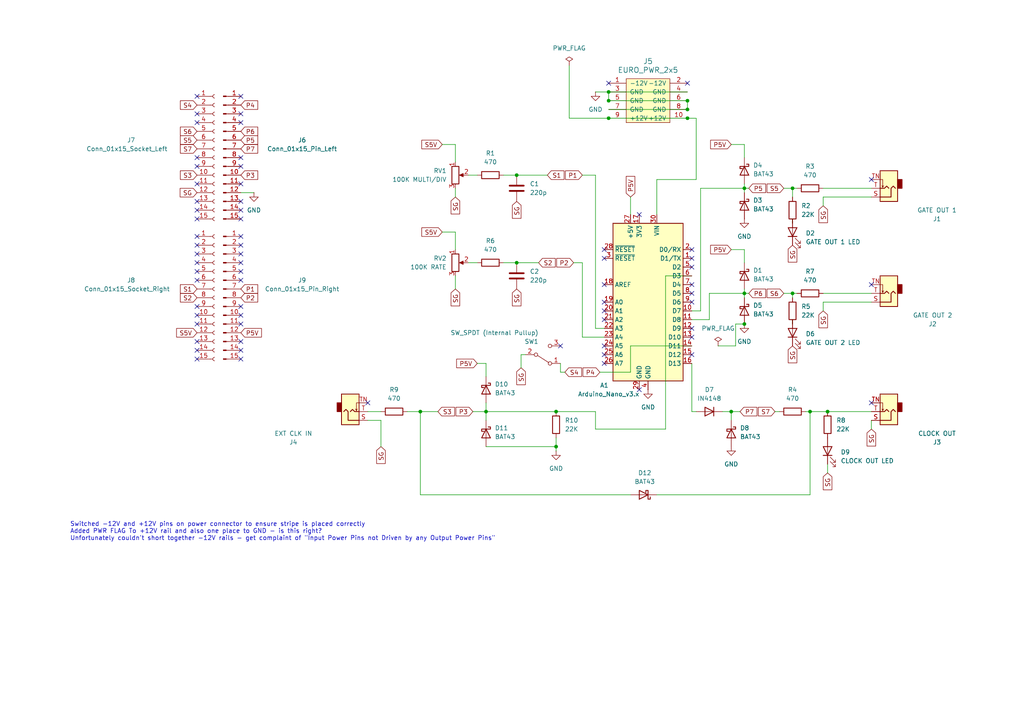
<source format=kicad_sch>
(kicad_sch (version 20231120) (generator "eeschema") (generator_version "8.0")
  (paper "A4")
  (title_block (title "Time Management"))
  (lib_symbols
    (symbol "Connector:Conn_01x15_Pin" (pin_names (offset 1.016) hide)
      (property "Reference" "J" (at 0 20.32 0))
      (property "Value" "Conn_01x15_Pin" (at 0 -20.32 0))
      (symbol "Conn_01x15_Pin_1_1"
        (polyline (pts (xy 1.27 -17.78) (xy 0.8636 -17.78)) (stroke (width 0.1524)))
        (polyline (pts (xy 1.27 -15.24) (xy 0.8636 -15.24)) (stroke (width 0.1524)))
        (polyline (pts (xy 1.27 -12.7) (xy 0.8636 -12.7)) (stroke (width 0.1524)))
        (polyline (pts (xy 1.27 -10.16) (xy 0.8636 -10.16)) (stroke (width 0.1524)))
        (polyline (pts (xy 1.27 -7.62) (xy 0.8636 -7.62)) (stroke (width 0.1524)))
        (polyline (pts (xy 1.27 -5.08) (xy 0.8636 -5.08)) (stroke (width 0.1524)))
        (polyline (pts (xy 1.27 -2.54) (xy 0.8636 -2.54)) (stroke (width 0.1524)))
        (polyline (pts (xy 1.27 0) (xy 0.8636 0)) (stroke (width 0.1524)))
        (polyline (pts (xy 1.27 2.54) (xy 0.8636 2.54)) (stroke (width 0.1524)))
        (polyline (pts (xy 1.27 5.08) (xy 0.8636 5.08)) (stroke (width 0.1524)))
        (polyline (pts (xy 1.27 7.62) (xy 0.8636 7.62)) (stroke (width 0.1524)))
        (polyline (pts (xy 1.27 10.16) (xy 0.8636 10.16)) (stroke (width 0.1524)))
        (polyline (pts (xy 1.27 12.7) (xy 0.8636 12.7)) (stroke (width 0.1524)))
        (polyline (pts (xy 1.27 15.24) (xy 0.8636 15.24)) (stroke (width 0.1524)))
        (polyline (pts (xy 1.27 17.78) (xy 0.8636 17.78)) (stroke (width 0.1524)))
        (rectangle (start 0.8636 -17.653) (end 0 -17.907) (stroke (width 0.1524)) (fill (type outline)))
        (rectangle (start 0.8636 -15.113) (end 0 -15.367) (stroke (width 0.1524)) (fill (type outline)))
        (rectangle (start 0.8636 -12.573) (end 0 -12.827) (stroke (width 0.1524)) (fill (type outline)))
        (rectangle (start 0.8636 -10.033) (end 0 -10.287) (stroke (width 0.1524)) (fill (type outline)))
        (rectangle (start 0.8636 -7.493) (end 0 -7.747) (stroke (width 0.1524)) (fill (type outline)))
        (rectangle (start 0.8636 -4.953) (end 0 -5.207) (stroke (width 0.1524)) (fill (type outline)))
        (rectangle (start 0.8636 -2.413) (end 0 -2.667) (stroke (width 0.1524)) (fill (type outline)))
        (rectangle (start 0.8636 0.127) (end 0 -0.127) (stroke (width 0.1524)) (fill (type outline)))
        (rectangle (start 0.8636 2.667) (end 0 2.413) (stroke (width 0.1524)) (fill (type outline)))
        (rectangle (start 0.8636 5.207) (end 0 4.953) (stroke (width 0.1524)) (fill (type outline)))
        (rectangle (start 0.8636 7.747) (end 0 7.493) (stroke (width 0.1524)) (fill (type outline)))
        (rectangle (start 0.8636 10.287) (end 0 10.033) (stroke (width 0.1524)) (fill (type outline)))
        (rectangle (start 0.8636 12.827) (end 0 12.573) (stroke (width 0.1524)) (fill (type outline)))
        (rectangle (start 0.8636 15.367) (end 0 15.113) (stroke (width 0.1524)) (fill (type outline)))
        (rectangle (start 0.8636 17.907) (end 0 17.653) (stroke (width 0.1524)) (fill (type outline)))
        (pin passive line (at 5.08 17.78 180) (length 3.81) (name "Pin_1") (number "1"))
        (pin passive line (at 5.08 -5.08 180) (length 3.81) (name "Pin_10") (number "10"))
        (pin passive line (at 5.08 -7.62 180) (length 3.81) (name "Pin_11") (number "11"))
        (pin passive line (at 5.08 -10.16 180) (length 3.81) (name "Pin_12") (number "12"))
        (pin passive line (at 5.08 -12.7 180) (length 3.81) (name "Pin_13") (number "13"))
        (pin passive line (at 5.08 -15.24 180) (length 3.81) (name "Pin_14") (number "14"))
        (pin passive line (at 5.08 -17.78 180) (length 3.81) (name "Pin_15") (number "15"))
        (pin passive line (at 5.08 15.24 180) (length 3.81) (name "Pin_2") (number "2"))
        (pin passive line (at 5.08 12.7 180) (length 3.81) (name "Pin_3") (number "3"))
        (pin passive line (at 5.08 10.16 180) (length 3.81) (name "Pin_4") (number "4"))
        (pin passive line (at 5.08 7.62 180) (length 3.81) (name "Pin_5") (number "5"))
        (pin passive line (at 5.08 5.08 180) (length 3.81) (name "Pin_6") (number "6"))
        (pin passive line (at 5.08 2.54 180) (length 3.81) (name "Pin_7") (number "7"))
        (pin passive line (at 5.08 0 180) (length 3.81) (name "Pin_8") (number "8"))
        (pin passive line (at 5.08 -2.54 180) (length 3.81) (name "Pin_9") (number "9"))
      )
    )
    (symbol "Connector:Conn_01x15_Socket" (pin_names (offset 1.016) hide)
      (property "Reference" "J" (at 0 20.32 0))
      (property "Value" "Conn_01x15_Socket" (at 0 -20.32 0))
      (symbol "Conn_01x15_Socket_1_1"
        (arc (start 0 -17.272) (mid -0.5058 -17.78) (end 0 -18.288) (stroke (width 0.1524)))
        (arc (start 0 -14.732) (mid -0.5058 -15.24) (end 0 -15.748) (stroke (width 0.1524)))
        (arc (start 0 -12.192) (mid -0.5058 -12.7) (end 0 -13.208) (stroke (width 0.1524)))
        (arc (start 0 -9.652) (mid -0.5058 -10.16) (end 0 -10.668) (stroke (width 0.1524)))
        (arc (start 0 -7.112) (mid -0.5058 -7.62) (end 0 -8.128) (stroke (width 0.1524)))
        (arc (start 0 -4.572) (mid -0.5058 -5.08) (end 0 -5.588) (stroke (width 0.1524)))
        (arc (start 0 -2.032) (mid -0.5058 -2.54) (end 0 -3.048) (stroke (width 0.1524)))
        (polyline (pts (xy -1.27 -17.78) (xy -0.508 -17.78)) (stroke (width 0.1524)))
        (polyline (pts (xy -1.27 -15.24) (xy -0.508 -15.24)) (stroke (width 0.1524)))
        (polyline (pts (xy -1.27 -12.7) (xy -0.508 -12.7)) (stroke (width 0.1524)))
        (polyline (pts (xy -1.27 -10.16) (xy -0.508 -10.16)) (stroke (width 0.1524)))
        (polyline (pts (xy -1.27 -7.62) (xy -0.508 -7.62)) (stroke (width 0.1524)))
        (polyline (pts (xy -1.27 -5.08) (xy -0.508 -5.08)) (stroke (width 0.1524)))
        (polyline (pts (xy -1.27 -2.54) (xy -0.508 -2.54)) (stroke (width 0.1524)))
        (polyline (pts (xy -1.27 0) (xy -0.508 0)) (stroke (width 0.1524)))
        (polyline (pts (xy -1.27 2.54) (xy -0.508 2.54)) (stroke (width 0.1524)))
        (polyline (pts (xy -1.27 5.08) (xy -0.508 5.08)) (stroke (width 0.1524)))
        (polyline (pts (xy -1.27 7.62) (xy -0.508 7.62)) (stroke (width 0.1524)))
        (polyline (pts (xy -1.27 10.16) (xy -0.508 10.16)) (stroke (width 0.1524)))
        (polyline (pts (xy -1.27 12.7) (xy -0.508 12.7)) (stroke (width 0.1524)))
        (polyline (pts (xy -1.27 15.24) (xy -0.508 15.24)) (stroke (width 0.1524)))
        (polyline (pts (xy -1.27 17.78) (xy -0.508 17.78)) (stroke (width 0.1524)))
        (arc (start 0 0.508) (mid -0.5058 0) (end 0 -0.508) (stroke (width 0.1524)))
        (arc (start 0 3.048) (mid -0.5058 2.54) (end 0 2.032) (stroke (width 0.1524)))
        (arc (start 0 5.588) (mid -0.5058 5.08) (end 0 4.572) (stroke (width 0.1524)))
        (arc (start 0 8.128) (mid -0.5058 7.62) (end 0 7.112) (stroke (width 0.1524)))
        (arc (start 0 10.668) (mid -0.5058 10.16) (end 0 9.652) (stroke (width 0.1524)))
        (arc (start 0 13.208) (mid -0.5058 12.7) (end 0 12.192) (stroke (width 0.1524)))
        (arc (start 0 15.748) (mid -0.5058 15.24) (end 0 14.732) (stroke (width 0.1524)))
        (arc (start 0 18.288) (mid -0.5058 17.78) (end 0 17.272) (stroke (width 0.1524)))
        (pin passive line (at -5.08 17.78 0) (length 3.81) (name "Pin_1") (number "1"))
        (pin passive line (at -5.08 -5.08 0) (length 3.81) (name "Pin_10") (number "10"))
        (pin passive line (at -5.08 -7.62 0) (length 3.81) (name "Pin_11") (number "11"))
        (pin passive line (at -5.08 -10.16 0) (length 3.81) (name "Pin_12") (number "12"))
        (pin passive line (at -5.08 -12.7 0) (length 3.81) (name "Pin_13") (number "13"))
        (pin passive line (at -5.08 -15.24 0) (length 3.81) (name "Pin_14") (number "14"))
        (pin passive line (at -5.08 -17.78 0) (length 3.81) (name "Pin_15") (number "15"))
        (pin passive line (at -5.08 15.24 0) (length 3.81) (name "Pin_2") (number "2"))
        (pin passive line (at -5.08 12.7 0) (length 3.81) (name "Pin_3") (number "3"))
        (pin passive line (at -5.08 10.16 0) (length 3.81) (name "Pin_4") (number "4"))
        (pin passive line (at -5.08 7.62 0) (length 3.81) (name "Pin_5") (number "5"))
        (pin passive line (at -5.08 5.08 0) (length 3.81) (name "Pin_6") (number "6"))
        (pin passive line (at -5.08 2.54 0) (length 3.81) (name "Pin_7") (number "7"))
        (pin passive line (at -5.08 0 0) (length 3.81) (name "Pin_8") (number "8"))
        (pin passive line (at -5.08 -2.54 0) (length 3.81) (name "Pin_9") (number "9"))
      )
    )
    (symbol "Connector_Audio:AudioJack2_SwitchT"
      (property "Reference" "J" (at 0 8.89 0))
      (property "Value" "AudioJack2_SwitchT" (at 0 6.35 0))
      (symbol "AudioJack2_SwitchT_0_1"
        (rectangle (start -2.54 0) (end -3.81 -2.54) (stroke (width 0.254)) (fill (type outline)))
        (polyline (pts (xy 1.778 -0.254) (xy 2.032 -0.762)))
        (polyline (pts (xy 0 0) (xy 0.635 -0.635) (xy 1.27 0) (xy 2.54 0)) (stroke (width 0.254)))
        (polyline (pts (xy 2.54 -2.54) (xy 1.778 -2.54) (xy 1.778 -0.254) (xy 1.524 -0.762)))
        (polyline (pts (xy 2.54 2.54) (xy -0.635 2.54) (xy -0.635 0) (xy -1.27 -0.635) (xy -1.905 0)) (stroke (width 0.254)))
        (rectangle (start 2.54 3.81) (end -2.54 -5.08) (stroke (width 0.254)) (fill (type background)))
      )
      (symbol "AudioJack2_SwitchT_1_1"
        (pin passive line (at 5.08 2.54 180) (length 2.54) (name "~") (number "S"))
        (pin passive line (at 5.08 0 180) (length 2.54) (name "~") (number "T"))
        (pin passive line (at 5.08 -2.54 180) (length 2.54) (name "~") (number "TN"))
      )
    )
    (symbol "Device:C" (pin_numbers hide) (pin_names (offset 0.254))
      (property "Reference" "C" (at 0.635 2.54 0))
      (property "Value" "C" (at 0.635 -2.54 0))
      (symbol "C_0_1"
        (polyline (pts (xy -2.032 -0.762) (xy 2.032 -0.762)) (stroke (width 0.508)))
        (polyline (pts (xy -2.032 0.762) (xy 2.032 0.762)) (stroke (width 0.508)))
      )
      (symbol "C_1_1"
        (pin passive line (at 0 3.81 270) (length 2.794) (name "~") (number "1"))
        (pin passive line (at 0 -3.81 90) (length 2.794) (name "~") (number "2"))
      )
    )
    (symbol "Device:D" (pin_numbers hide) (pin_names (offset 1.016) hide)
      (property "Reference" "D" (at 0 2.54 0))
      (property "Value" "D" (at 0 -2.54 0))
      (symbol "D_0_1"
        (polyline (pts (xy -1.27 1.27) (xy -1.27 -1.27)) (stroke (width 0.254)))
        (polyline (pts (xy 1.27 0) (xy -1.27 0)))
        (polyline (pts (xy 1.27 1.27) (xy 1.27 -1.27) (xy -1.27 0) (xy 1.27 1.27)) (stroke (width 0.254)))
      )
      (symbol "D_1_1"
        (pin passive line (at -3.81 0 0) (length 2.54) (name "K") (number "1"))
        (pin passive line (at 3.81 0 180) (length 2.54) (name "A") (number "2"))
      )
    )
    (symbol "Device:LED" (pin_numbers hide) (pin_names (offset 1.016) hide)
      (property "Reference" "D" (at 0 2.54 0))
      (property "Value" "LED" (at 0 -2.54 0))
      (symbol "LED_0_1"
        (polyline (pts (xy -1.27 -1.27) (xy -1.27 1.27)) (stroke (width 0.254)))
        (polyline (pts (xy -1.27 0) (xy 1.27 0)))
        (polyline (pts (xy 1.27 -1.27) (xy 1.27 1.27) (xy -1.27 0) (xy 1.27 -1.27)) (stroke (width 0.254)))
        (polyline (pts (xy -3.048 -0.762) (xy -4.572 -2.286) (xy -3.81 -2.286) (xy -4.572 -2.286) (xy -4.572 -1.524)))
        (polyline (pts (xy -1.778 -0.762) (xy -3.302 -2.286) (xy -2.54 -2.286) (xy -3.302 -2.286) (xy -3.302 -1.524)))
      )
      (symbol "LED_1_1"
        (pin passive line (at -3.81 0 0) (length 2.54) (name "K") (number "1"))
        (pin passive line (at 3.81 0 180) (length 2.54) (name "A") (number "2"))
      )
    )
    (symbol "Device:R" (pin_numbers hide) (pin_names (offset 0))
      (property "Reference" "R" (at 2.032 0 90))
      (property "Value" "R" (at 0 0 90))
      (symbol "R_0_1"
        (rectangle (start -1.016 -2.54) (end 1.016 2.54) (stroke (width 0.254)))
      )
      (symbol "R_1_1"
        (pin passive line (at 0 3.81 270) (length 1.27) (name "~") (number "1"))
        (pin passive line (at 0 -3.81 90) (length 1.27) (name "~") (number "2"))
      )
    )
    (symbol "Device:R_Potentiometer" (pin_names (offset 1.016) hide)
      (property "Reference" "RV" (at -4.445 0 90))
      (property "Value" "R_Potentiometer" (at -2.54 0 90))
      (symbol "R_Potentiometer_0_1"
        (polyline (pts (xy 2.54 0) (xy 1.524 0)))
        (polyline (pts (xy 1.143 0) (xy 2.286 0.508) (xy 2.286 -0.508) (xy 1.143 0)) (fill (type outline)))
        (rectangle (start 1.016 2.54) (end -1.016 -2.54) (stroke (width 0.254)))
      )
      (symbol "R_Potentiometer_1_1"
        (pin passive line (at 0 3.81 270) (length 1.27) (name "1") (number "1"))
        (pin passive line (at 3.81 0 180) (length 1.27) (name "2") (number "2"))
        (pin passive line (at 0 -3.81 90) (length 1.27) (name "3") (number "3"))
      )
    )
    (symbol "Diode:BAT43" (pin_numbers hide) (pin_names (offset 1.016) hide)
      (property "Reference" "D" (at 0 2.54 0))
      (property "Value" "BAT43" (at 0 -2.54 0))
      (symbol "BAT43_0_1"
        (polyline (pts (xy 1.27 0) (xy -1.27 0)))
        (polyline (pts (xy 1.27 1.27) (xy 1.27 -1.27) (xy -1.27 0) (xy 1.27 1.27)) (stroke (width 0.254)))
        (polyline (pts (xy -1.905 0.635) (xy -1.905 1.27) (xy -1.27 1.27) (xy -1.27 -1.27) (xy -0.635 -1.27) (xy -0.635 -0.635)) (stroke (width 0.254)))
      )
      (symbol "BAT43_1_1"
        (pin passive line (at -3.81 0 0) (length 2.54) (name "K") (number "1"))
        (pin passive line (at 3.81 0 180) (length 2.54) (name "A") (number "2"))
      )
    )
    (symbol "GND_1" (power) (pin_numbers hide) (pin_names (offset 0) hide)
      (property "Value" "GND" (at 0 -3.81 0))
      (symbol "GND_1_0_1"
        (polyline (pts (xy 0 0) (xy 0 -1.27) (xy 1.27 -1.27) (xy 0 -2.54) (xy -1.27 -1.27) (xy 0 -1.27)))
      )
      (symbol "GND_1_1_1"
        (pin power_in line (at 0 0 270) (length 0) (name "~") (number "1"))
      )
    )
    (symbol "GND_2" (power) (pin_numbers hide) (pin_names (offset 0) hide)
      (property "Value" "GND" (at 0 -3.81 0))
      (symbol "GND_2_0_1"
        (polyline (pts (xy 0 0) (xy 0 -1.27) (xy 1.27 -1.27) (xy 0 -2.54) (xy -1.27 -1.27) (xy 0 -1.27)))
      )
      (symbol "GND_2_1_1"
        (pin power_in line (at 0 0 270) (length 0) (name "~") (number "1"))
      )
    )
    (symbol "MCU_Module:Arduino_Nano_v3.x"
      (property "Reference" "A" (at -10.16 23.495 0))
      (property "Value" "Arduino_Nano_v3.x" (at 5.08 -24.13 0))
      (symbol "Arduino_Nano_v3.x_0_1"
        (rectangle (start -10.16 22.86) (end 10.16 -22.86) (stroke (width 0.254)) (fill (type background)))
      )
      (symbol "Arduino_Nano_v3.x_1_1"
        (pin bidirectional line (at -12.7 12.7 0) (length 2.54) (name "D1/TX") (number "1"))
        (pin bidirectional line (at -12.7 -2.54 0) (length 2.54) (name "D7") (number "10"))
        (pin bidirectional line (at -12.7 -5.08 0) (length 2.54) (name "D8") (number "11"))
        (pin bidirectional line (at -12.7 -7.62 0) (length 2.54) (name "D9") (number "12"))
        (pin bidirectional line (at -12.7 -10.16 0) (length 2.54) (name "D10") (number "13"))
        (pin bidirectional line (at -12.7 -12.7 0) (length 2.54) (name "D11") (number "14"))
        (pin bidirectional line (at -12.7 -15.24 0) (length 2.54) (name "D12") (number "15"))
        (pin bidirectional line (at -12.7 -17.78 0) (length 2.54) (name "D13") (number "16"))
        (pin power_out line (at 2.54 25.4 270) (length 2.54) (name "3V3") (number "17"))
        (pin input line (at 12.7 5.08 180) (length 2.54) (name "AREF") (number "18"))
        (pin bidirectional line (at 12.7 0 180) (length 2.54) (name "A0") (number "19"))
        (pin bidirectional line (at -12.7 15.24 0) (length 2.54) (name "D0/RX") (number "2"))
        (pin bidirectional line (at 12.7 -2.54 180) (length 2.54) (name "A1") (number "20"))
        (pin bidirectional line (at 12.7 -5.08 180) (length 2.54) (name "A2") (number "21"))
        (pin bidirectional line (at 12.7 -7.62 180) (length 2.54) (name "A3") (number "22"))
        (pin bidirectional line (at 12.7 -10.16 180) (length 2.54) (name "A4") (number "23"))
        (pin bidirectional line (at 12.7 -12.7 180) (length 2.54) (name "A5") (number "24"))
        (pin bidirectional line (at 12.7 -15.24 180) (length 2.54) (name "A6") (number "25"))
        (pin bidirectional line (at 12.7 -17.78 180) (length 2.54) (name "A7") (number "26"))
        (pin power_out line (at 5.08 25.4 270) (length 2.54) (name "+5V") (number "27"))
        (pin input line (at 12.7 15.24 180) (length 2.54) (name "~{RESET}") (number "28"))
        (pin power_in line (at 2.54 -25.4 90) (length 2.54) (name "GND") (number "29"))
        (pin input line (at 12.7 12.7 180) (length 2.54) (name "~{RESET}") (number "3"))
        (pin power_in line (at -2.54 25.4 270) (length 2.54) (name "VIN") (number "30"))
        (pin power_in line (at 0 -25.4 90) (length 2.54) (name "GND") (number "4"))
        (pin bidirectional line (at -12.7 10.16 0) (length 2.54) (name "D2") (number "5"))
        (pin bidirectional line (at -12.7 7.62 0) (length 2.54) (name "D3") (number "6"))
        (pin bidirectional line (at -12.7 5.08 0) (length 2.54) (name "D4") (number "7"))
        (pin bidirectional line (at -12.7 2.54 0) (length 2.54) (name "D5") (number "8"))
        (pin bidirectional line (at -12.7 0 0) (length 2.54) (name "D6") (number "9"))
      )
    )
    (symbol "Switch:SW_SPDT" (pin_names (offset 0) hide)
      (property "Reference" "SW1" (at -1.27 -3.81 0))
      (property "Value" "SW_SPDT (Internal Pullup)" (at -1.27 -6.35 0))
      (symbol "SW_SPDT_0_0"
        (circle (center -2.032 0) (radius 0.508))
        (circle (center 2.032 -2.54) (radius 0.508))
      )
      (symbol "SW_SPDT_0_1"
        (polyline (pts (xy -1.524 0.254) (xy 1.651 2.286)))
        (circle (center 2.032 2.54) (radius 0.508))
      )
      (symbol "SW_SPDT_1_1"
        (pin passive line (at 5.08 2.54 180) (length 2.54) (name "A") (number "1"))
        (pin passive line (at -5.08 0 0) (length 2.54) (name "B") (number "2"))
        (pin passive line (at 5.08 -2.54 180) (length 2.54) (name "C") (number "3"))
      )
    )
    (symbol "eurocad:EURO_PWR_2x5" (pin_names (offset 1.016))
      (property "Reference" "J5" (at 0 11.43 0))
      (property "Value" "EURO_PWR_2x5" (at 0 8.89 0))
      (symbol "EURO_PWR_2x5_0_1"
        (rectangle (start -6.35 6.35) (end 6.35 -6.35) (fill (type background)))
      )
      (symbol "EURO_PWR_2x5_1_1"
        (pin power_in line (at -11.43 5.08 0) (length 5.08) (name "-12V") (number "1"))
        (pin power_in line (at 11.43 -5.08 180) (length 5.08) (name "+12V") (number "10"))
        (pin power_in line (at 11.43 5.08 180) (length 5.08) (name "-12V") (number "2"))
        (pin power_in line (at -11.43 2.54 0) (length 5.08) (name "GND") (number "3"))
        (pin power_in line (at 11.43 2.54 180) (length 5.08) (name "GND") (number "4"))
        (pin power_in line (at -11.43 0 0) (length 5.08) (name "GND") (number "5"))
        (pin power_in line (at 11.43 0 180) (length 5.08) (name "GND") (number "6"))
        (pin power_in line (at -11.43 -2.54 0) (length 5.08) (name "GND") (number "7"))
        (pin power_in line (at 11.43 -2.54 180) (length 5.08) (name "GND") (number "8"))
        (pin power_in line (at -11.43 -5.08 0) (length 5.08) (name "+12V") (number "9"))
      )
    )
    (symbol "power:PWR_FLAG" (power) (pin_numbers hide) (pin_names (offset 0) hide)
      (property "Value" "PWR_FLAG" (at 0 3.81 0))
      (symbol "PWR_FLAG_0_0"
        (pin power_out line (at 0 0 90) (length 0) (name "~") (number "1"))
      )
      (symbol "PWR_FLAG_0_1"
        (polyline (pts (xy 0 0) (xy 0 1.27) (xy -1.016 1.905) (xy 0 2.54) (xy 1.016 1.905) (xy 0 1.27)))
      )
    )
  )
  (junction (at 176.53 26.67))
  (junction (at 229.87 54.61))
  (junction (at 161.29 119.38))
  (junction (at 215.9 85.09))
  (junction (at 199.39 34.29))
  (junction (at 176.53 34.29))
  (junction (at 229.87 85.09))
  (junction (at 215.9 54.61))
  (junction (at 234.95 119.38))
  (junction (at 121.92 119.38))
  (junction (at 199.39 31.75))
  (junction (at 199.39 29.21))
  (junction (at 149.86 76.2))
  (junction (at 176.53 29.21))
  (junction (at 215.9 93.98))
  (junction (at 161.29 129.54))
  (junction (at 140.97 119.38))
  (junction (at 212.09 119.38))
  (junction (at 240.03 119.38))
  (junction (at 149.86 50.8))
  (no_connect (at 185.42 62.23))
  (no_connect (at 69.85 91.44))
  (no_connect (at 162.56 100.33))
  (no_connect (at 69.85 35.56))
  (no_connect (at 69.85 88.9))
  (no_connect (at 57.15 73.66))
  (no_connect (at 252.73 82.55))
  (no_connect (at 69.85 71.12))
  (no_connect (at 175.26 100.33))
  (no_connect (at 69.85 81.28))
  (no_connect (at 175.26 90.17))
  (no_connect (at 57.15 88.9))
  (no_connect (at 57.15 93.98))
  (no_connect (at 200.66 85.09))
  (no_connect (at 69.85 53.34))
  (no_connect (at 252.73 116.84))
  (no_connect (at 57.15 71.12))
  (no_connect (at 69.85 48.26))
  (no_connect (at 175.26 92.71))
  (no_connect (at 57.15 76.2))
  (no_connect (at 175.26 74.93))
  (no_connect (at 200.66 87.63))
  (no_connect (at 69.85 76.2))
  (no_connect (at 175.26 72.39))
  (no_connect (at 57.15 33.02))
  (no_connect (at 57.15 63.5))
  (no_connect (at 57.15 104.14))
  (no_connect (at 200.66 97.79))
  (no_connect (at 57.15 101.6))
  (no_connect (at 69.85 73.66))
  (no_connect (at 200.66 77.47))
  (no_connect (at 175.26 102.87))
  (no_connect (at 57.15 68.58))
  (no_connect (at 69.85 99.06))
  (no_connect (at 106.68 116.84))
  (no_connect (at 200.66 102.87))
  (no_connect (at 57.15 81.28))
  (no_connect (at 69.85 33.02))
  (no_connect (at 57.15 99.06))
  (no_connect (at 175.26 87.63))
  (no_connect (at 69.85 104.14))
  (no_connect (at 200.66 74.93))
  (no_connect (at 69.85 60.96))
  (no_connect (at 57.15 45.72))
  (no_connect (at 57.15 48.26))
  (no_connect (at 175.26 105.41))
  (no_connect (at 69.85 93.98))
  (no_connect (at 57.15 91.44))
  (no_connect (at 57.15 27.94))
  (no_connect (at 69.85 101.6))
  (no_connect (at 69.85 45.72))
  (no_connect (at 199.39 24.13))
  (no_connect (at 57.15 53.34))
  (no_connect (at 252.73 52.07))
  (no_connect (at 69.85 63.5))
  (no_connect (at 175.26 82.55))
  (no_connect (at 176.53 24.13))
  (no_connect (at 57.15 60.96))
  (no_connect (at 185.42 113.03))
  (no_connect (at 200.66 82.55))
  (no_connect (at 69.85 78.74))
  (no_connect (at 57.15 78.74))
  (no_connect (at 200.66 72.39))
  (no_connect (at 57.15 58.42))
  (no_connect (at 69.85 58.42))
  (no_connect (at 69.85 27.94))
  (no_connect (at 200.66 95.25))
  (no_connect (at 57.15 35.56))
  (no_connect (at 69.85 68.58))
  (wire (pts (xy 168.91 50.8) (xy 172.72 50.8)))
  (wire (pts (xy 146.05 50.8) (xy 149.86 50.8)))
  (wire (pts (xy 165.1 19.05) (xy 165.1 34.29)))
  (wire (pts (xy 121.92 143.51) (xy 182.88 143.51)))
  (wire (pts (xy 226.06 119.38) (xy 224.79 119.38)))
  (wire (pts (xy 252.73 121.92) (xy 252.73 124.46)))
  (wire (pts (xy 149.86 76.2) (xy 156.21 76.2)))
  (wire (pts (xy 118.11 119.38) (xy 121.92 119.38)))
  (wire (pts (xy 229.87 54.61) (xy 229.87 57.15)))
  (wire (pts (xy 182.88 57.15) (xy 182.88 62.23)))
  (wire (pts (xy 213.36 93.98) (xy 215.9 93.98)))
  (wire (pts (xy 240.03 119.38) (xy 252.73 119.38)))
  (wire (pts (xy 135.89 50.8) (xy 138.43 50.8)))
  (wire (pts (xy 140.97 105.41) (xy 140.97 109.22)))
  (wire (pts (xy 217.17 85.09) (xy 215.9 85.09)))
  (wire (pts (xy 193.04 80.01) (xy 200.66 80.01)))
  (wire (pts (xy 205.74 85.09) (xy 205.74 92.71)))
  (wire (pts (xy 212.09 119.38) (xy 212.09 121.92)))
  (wire (pts (xy 238.76 87.63) (xy 238.76 90.17)))
  (wire (pts (xy 172.72 95.25) (xy 175.26 95.25)))
  (wire (pts (xy 162.56 107.95) (xy 163.83 107.95)))
  (wire (pts (xy 215.9 72.39) (xy 215.9 76.2)))
  (wire (pts (xy 229.87 85.09) (xy 229.87 86.36)))
  (wire (pts (xy 146.05 76.2) (xy 149.86 76.2)))
  (wire (pts (xy 215.9 85.09) (xy 205.74 85.09)))
  (wire (pts (xy 161.29 119.38) (xy 172.72 119.38)))
  (wire (pts (xy 229.87 85.09) (xy 231.14 85.09)))
  (wire (pts (xy 201.93 34.29) (xy 201.93 52.07)))
  (wire (pts (xy 212.09 41.91) (xy 215.9 41.91)))
  (wire (pts (xy 106.68 121.92) (xy 110.49 121.92)))
  (wire (pts (xy 140.97 119.38) (xy 161.29 119.38)))
  (wire (pts (xy 176.53 29.21) (xy 199.39 29.21)))
  (wire (pts (xy 132.08 57.15) (xy 132.08 54.61)))
  (wire (pts (xy 151.13 106.68) (xy 151.13 102.87)))
  (wire (pts (xy 217.17 54.61) (xy 215.9 54.61)))
  (wire (pts (xy 182.88 107.95) (xy 182.88 100.33)))
  (wire (pts (xy 229.87 93.98) (xy 229.87 92.71)))
  (wire (pts (xy 172.72 119.38) (xy 172.72 124.46)))
  (wire (pts (xy 161.29 130.81) (xy 161.29 129.54)))
  (wire (pts (xy 166.37 76.2) (xy 168.91 76.2)))
  (wire (pts (xy 172.72 26.67) (xy 176.53 26.67)))
  (wire (pts (xy 234.95 143.51) (xy 234.95 119.38)))
  (wire (pts (xy 132.08 80.01) (xy 132.08 83.82)))
  (wire (pts (xy 215.9 83.82) (xy 215.9 85.09)))
  (wire (pts (xy 132.08 41.91) (xy 132.08 46.99)))
  (wire (pts (xy 176.53 26.67) (xy 176.53 29.21)))
  (wire (pts (xy 203.2 54.61) (xy 203.2 90.17)))
  (wire (pts (xy 121.92 119.38) (xy 127 119.38)))
  (wire (pts (xy 135.89 76.2) (xy 138.43 76.2)))
  (wire (pts (xy 201.93 52.07) (xy 190.5 52.07)))
  (wire (pts (xy 110.49 121.92) (xy 110.49 129.54)))
  (wire (pts (xy 161.29 129.54) (xy 161.29 127)))
  (wire (pts (xy 208.28 100.33) (xy 213.36 100.33)))
  (wire (pts (xy 140.97 116.84) (xy 140.97 119.38)))
  (wire (pts (xy 215.9 55.88) (xy 215.9 54.61)))
  (wire (pts (xy 140.97 129.54) (xy 161.29 129.54)))
  (wire (pts (xy 140.97 119.38) (xy 140.97 121.92)))
  (wire (pts (xy 199.39 29.21) (xy 199.39 31.75)))
  (wire (pts (xy 238.76 54.61) (xy 252.73 54.61)))
  (wire (pts (xy 138.43 105.41) (xy 140.97 105.41)))
  (wire (pts (xy 238.76 85.09) (xy 252.73 85.09)))
  (wire (pts (xy 128.27 41.91) (xy 132.08 41.91)))
  (wire (pts (xy 132.08 67.31) (xy 132.08 72.39)))
  (wire (pts (xy 176.53 34.29) (xy 199.39 34.29)))
  (wire (pts (xy 212.09 119.38) (xy 214.63 119.38)))
  (wire (pts (xy 233.68 119.38) (xy 234.95 119.38)))
  (wire (pts (xy 200.66 119.38) (xy 201.93 119.38)))
  (wire (pts (xy 227.33 54.61) (xy 229.87 54.61)))
  (wire (pts (xy 200.66 90.17) (xy 203.2 90.17)))
  (wire (pts (xy 165.1 34.29) (xy 176.53 34.29)))
  (wire (pts (xy 137.16 119.38) (xy 140.97 119.38)))
  (wire (pts (xy 172.72 124.46) (xy 193.04 124.46)))
  (wire (pts (xy 190.5 52.07) (xy 190.5 62.23)))
  (wire (pts (xy 172.72 50.8) (xy 172.72 95.25)))
  (wire (pts (xy 252.73 87.63) (xy 238.76 87.63)))
  (wire (pts (xy 173.99 107.95) (xy 182.88 107.95)))
  (wire (pts (xy 212.09 72.39) (xy 215.9 72.39)))
  (wire (pts (xy 200.66 105.41) (xy 200.66 119.38)))
  (wire (pts (xy 69.85 55.88) (xy 73.66 55.88)))
  (wire (pts (xy 168.91 76.2) (xy 168.91 97.79)))
  (wire (pts (xy 215.9 86.36) (xy 215.9 85.09)))
  (wire (pts (xy 182.88 100.33) (xy 200.66 100.33)))
  (wire (pts (xy 234.95 119.38) (xy 240.03 119.38)))
  (wire (pts (xy 200.66 92.71) (xy 205.74 92.71)))
  (wire (pts (xy 149.86 50.8) (xy 158.75 50.8)))
  (wire (pts (xy 229.87 54.61) (xy 231.14 54.61)))
  (wire (pts (xy 151.13 102.87) (xy 152.4 102.87)))
  (wire (pts (xy 215.9 41.91) (xy 215.9 45.72)))
  (wire (pts (xy 193.04 124.46) (xy 193.04 80.01)))
  (wire (pts (xy 121.92 119.38) (xy 121.92 143.51)))
  (wire (pts (xy 128.27 67.31) (xy 132.08 67.31)))
  (wire (pts (xy 213.36 100.33) (xy 213.36 93.98)))
  (wire (pts (xy 240.03 137.16) (xy 240.03 134.62)))
  (wire (pts (xy 215.9 53.34) (xy 215.9 54.61)))
  (wire (pts (xy 215.9 54.61) (xy 203.2 54.61)))
  (wire (pts (xy 106.68 119.38) (xy 110.49 119.38)))
  (wire (pts (xy 176.53 31.75) (xy 199.39 31.75)))
  (wire (pts (xy 252.73 57.15) (xy 238.76 57.15)))
  (wire (pts (xy 168.91 97.79) (xy 175.26 97.79)))
  (wire (pts (xy 199.39 34.29) (xy 201.93 34.29)))
  (wire (pts (xy 162.56 105.41) (xy 162.56 107.95)))
  (wire (pts (xy 229.87 64.77) (xy 229.87 63.5)))
  (wire (pts (xy 238.76 57.15) (xy 238.76 59.69)))
  (wire (pts (xy 227.33 85.09) (xy 229.87 85.09)))
  (wire (pts (xy 190.5 143.51) (xy 234.95 143.51)))
  (wire (pts (xy 209.55 119.38) (xy 212.09 119.38)))
  (wire (pts (xy 176.53 26.67) (xy 199.39 26.67)))
  (text "Switched -12V and +12V pins on power connector to ensure stripe is placed correctly\nAdded PWR FLAG To +12V rail and also one place to GND - is this right?\nUnfortunately couldn't short together -12V rails - get complaint of \"Input Power Pins not Driven by any Output Power Pins\"\n" (at 20.32 151.384 0) (effects (font (size 1.27 1.27)) (justify left top)))
  (global_label "SG" (shape input) (at 57.15 55.88 180) (property "Intersheetrefs" "${INTERSHEET_REFS}" (effects (hide yes))))
  (global_label "P7" (shape input) (at 214.63 119.38 0) (property "Intersheetrefs" "${INTERSHEET_REFS}" (effects (hide yes))))
  (global_label "S6" (shape input) (at 57.15 38.1 180) (property "Intersheetrefs" "${INTERSHEET_REFS}" (effects (hide yes))))
  (global_label "P1" (shape input) (at 69.85 83.82 0) (property "Intersheetrefs" "${INTERSHEET_REFS}" (effects (hide yes))))
  (global_label "S5" (shape input) (at 57.15 40.64 180) (property "Intersheetrefs" "${INTERSHEET_REFS}" (effects (hide yes))))
  (global_label "SG" (shape input) (at 132.08 83.82 270) (property "Intersheetrefs" "${INTERSHEET_REFS}" (effects (hide yes))))
  (global_label "S3" (shape input) (at 127 119.38 0) (property "Intersheetrefs" "${INTERSHEET_REFS}" (effects (hide yes))))
  (global_label "S5V" (shape input) (at 57.15 96.52 180) (property "Intersheetrefs" "${INTERSHEET_REFS}" (effects (hide yes))))
  (global_label "S4" (shape input) (at 163.83 107.95 0) (property "Intersheetrefs" "${INTERSHEET_REFS}" (effects (hide yes))))
  (global_label "P1" (shape input) (at 168.91 50.8 180) (property "Intersheetrefs" "${INTERSHEET_REFS}" (effects (hide yes))))
  (global_label "SG" (shape input) (at 151.13 106.68 270) (property "Intersheetrefs" "${INTERSHEET_REFS}" (effects (hide yes))))
  (global_label "P5" (shape input) (at 217.17 54.61 0) (property "Intersheetrefs" "${INTERSHEET_REFS}" (effects (hide yes))))
  (global_label "P5V" (shape input) (at 212.09 41.91 180) (property "Intersheetrefs" "${INTERSHEET_REFS}" (effects (hide yes))))
  (global_label "SG" (shape input) (at 252.73 124.46 270) (property "Intersheetrefs" "${INTERSHEET_REFS}" (effects (hide yes))))
  (global_label "S5V" (shape input) (at 128.27 67.31 180) (property "Intersheetrefs" "${INTERSHEET_REFS}" (effects (hide yes))))
  (global_label "S2" (shape input) (at 156.21 76.2 0) (property "Intersheetrefs" "${INTERSHEET_REFS}" (effects (hide yes))))
  (global_label "P5V" (shape input) (at 212.09 72.39 180) (property "Intersheetrefs" "${INTERSHEET_REFS}" (effects (hide yes))))
  (global_label "SG" (shape input) (at 229.87 71.12 270) (property "Intersheetrefs" "${INTERSHEET_REFS}" (effects (hide yes))))
  (global_label "P6" (shape input) (at 69.85 38.1 0) (property "Intersheetrefs" "${INTERSHEET_REFS}" (effects (hide yes))))
  (global_label "S1" (shape input) (at 57.15 83.82 180) (property "Intersheetrefs" "${INTERSHEET_REFS}" (effects (hide yes))))
  (global_label "P4" (shape input) (at 69.85 30.48 0) (property "Intersheetrefs" "${INTERSHEET_REFS}" (effects (hide yes))))
  (global_label "P5V" (shape input) (at 138.43 105.41 180) (property "Intersheetrefs" "${INTERSHEET_REFS}" (effects (hide yes))))
  (global_label "SG" (shape input) (at 132.08 57.15 270) (property "Intersheetrefs" "${INTERSHEET_REFS}" (effects (hide yes))))
  (global_label "P7" (shape input) (at 69.85 43.18 0) (property "Intersheetrefs" "${INTERSHEET_REFS}" (effects (hide yes))))
  (global_label "S7" (shape input) (at 224.79 119.38 180) (property "Intersheetrefs" "${INTERSHEET_REFS}" (effects (hide yes))))
  (global_label "S5V" (shape input) (at 128.27 41.91 180) (property "Intersheetrefs" "${INTERSHEET_REFS}" (effects (hide yes))))
  (global_label "P3" (shape input) (at 137.16 119.38 180) (property "Intersheetrefs" "${INTERSHEET_REFS}" (effects (hide yes))))
  (global_label "P4" (shape input) (at 173.99 107.95 180) (property "Intersheetrefs" "${INTERSHEET_REFS}" (effects (hide yes))))
  (global_label "P2" (shape input) (at 166.37 76.2 180) (property "Intersheetrefs" "${INTERSHEET_REFS}" (effects (hide yes))))
  (global_label "SG" (shape input) (at 110.49 129.54 270) (property "Intersheetrefs" "${INTERSHEET_REFS}" (effects (hide yes))))
  (global_label "P3" (shape input) (at 69.85 50.8 0) (property "Intersheetrefs" "${INTERSHEET_REFS}" (effects (hide yes))))
  (global_label "S2" (shape input) (at 57.15 86.36 180) (property "Intersheetrefs" "${INTERSHEET_REFS}" (effects (hide yes))))
  (global_label "S6" (shape input) (at 227.33 85.09 180) (property "Intersheetrefs" "${INTERSHEET_REFS}" (effects (hide yes))))
  (global_label "P2" (shape input) (at 69.85 86.36 0) (property "Intersheetrefs" "${INTERSHEET_REFS}" (effects (hide yes))))
  (global_label "S3" (shape input) (at 57.15 50.8 180) (property "Intersheetrefs" "${INTERSHEET_REFS}" (effects (hide yes))))
  (global_label "SG" (shape input) (at 238.76 59.69 270) (property "Intersheetrefs" "${INTERSHEET_REFS}" (effects (hide yes))))
  (global_label "SG" (shape input) (at 238.76 90.17 270) (property "Intersheetrefs" "${INTERSHEET_REFS}" (effects (hide yes))))
  (global_label "SG" (shape input) (at 240.03 137.16 270) (property "Intersheetrefs" "${INTERSHEET_REFS}" (effects (hide yes))))
  (global_label "S1" (shape input) (at 158.75 50.8 0) (property "Intersheetrefs" "${INTERSHEET_REFS}" (effects (hide yes))))
  (global_label "SG" (shape input) (at 229.87 100.33 270) (property "Intersheetrefs" "${INTERSHEET_REFS}" (effects (hide yes))))
  (global_label "SG" (shape input) (at 149.86 58.42 270) (property "Intersheetrefs" "${INTERSHEET_REFS}" (effects (hide yes))))
  (global_label "S4" (shape input) (at 57.15 30.48 180) (property "Intersheetrefs" "${INTERSHEET_REFS}" (effects (hide yes))))
  (global_label "P6" (shape input) (at 217.17 85.09 0) (property "Intersheetrefs" "${INTERSHEET_REFS}" (effects (hide yes))))
  (global_label "S5" (shape input) (at 227.33 54.61 180) (property "Intersheetrefs" "${INTERSHEET_REFS}" (effects (hide yes))))
  (global_label "SG" (shape input) (at 149.86 83.82 270) (property "Intersheetrefs" "${INTERSHEET_REFS}" (effects (hide yes))))
  (global_label "P5" (shape input) (at 69.85 40.64 0) (property "Intersheetrefs" "${INTERSHEET_REFS}" (effects (hide yes))))
  (global_label "S7" (shape input) (at 57.15 43.18 180) (property "Intersheetrefs" "${INTERSHEET_REFS}" (effects (hide yes))))
  (global_label "P5V" (shape input) (at 69.85 96.52 0) (property "Intersheetrefs" "${INTERSHEET_REFS}" (effects (hide yes))))
  (global_label "P5V" (shape input) (at 182.88 57.15 90) (property "Intersheetrefs" "${INTERSHEET_REFS}" (effects (hide yes))))
  (symbol (lib_id "MCU_Module:Arduino_Nano_v3.x") (at 187.96 87.63 0) (mirror y) (unit 1)
    (property "Reference" "A1" (at 176.53 111.76 0) (effects (justify left)))
    (property "Value" "Arduino_Nano_v3.x" (at 176.53 114.3 0))
    (property "Footprint" "Module:Arduino_Nano" (effects (hide yes)))
    (property "Datasheet" "http://www.mouser.com/pdfdocs/Gravitech_Arduino_Nano3_0.pdf" (effects (hide yes)))
  )
  (symbol (lib_id "Connector:Conn_01x15_Pin") (at 64.77 45.72 0) (unit 1)
    (property "Reference" "J6" (at 87.63 40.64 0))
    (property "Value" "Conn_01x15_Pin_Left" (at 87.63 43.18 0))
    (property "Footprint" "Connector_PinHeader_2.54mm:PinHeader_1x15_P2.54mm_Vertical" (effects (hide yes)))
    (property "Description" "Generic connector, single row, 01x15, script generated" (effects (hide yes)))
  )
  (symbol (lib_name "GND_1") (lib_id "power:GND") (at 187.96 113.03 0) (unit 1)
    (property "Reference" "#PWR07" (effects (hide yes)))
    (property "Value" "GND" (at 187.96 118.11 0))
    (property "Description" "Power symbol creates a global label with name \"GND\" , ground" (effects (hide yes)))
  )
  (symbol (lib_name "GND_2") (lib_id "power:GND") (at 215.9 93.98 0) (unit 1)
    (property "Reference" "#PWR03" (effects (hide yes)))
    (property "Value" "GND" (at 215.9 99.06 0))
    (property "Description" "Power symbol creates a global label with name \"GND\" , ground" (effects (hide yes)))
  )
  (symbol (lib_id "Connector_Audio:AudioJack2_SwitchT") (at 257.81 119.38 180) (unit 1)
    (property "Reference" "J3" (at 271.78 128.27 0))
    (property "Value" "CLOCK OUT" (at 271.78 125.73 0))
    (property "Footprint" "Eurocad:PJ301M-12_T_S" (effects (hide yes)))
  )
  (symbol (lib_name "GND_2") (lib_id "power:GND") (at 172.72 26.67 0) (unit 1)
    (property "Reference" "#PWR01" (effects (hide yes)))
    (property "Value" "GND" (at 172.72 31.75 0))
    (property "Description" "Power symbol creates a global label with name \"GND\" , ground" (effects (hide yes)))
  )
  (symbol (lib_id "Diode:BAT43") (at 215.9 49.53 270) (unit 1)
    (property "Reference" "D4" (at 218.44 47.9425 90) (effects (justify left)))
    (property "Value" "BAT43" (at 218.44 50.4825 90) (effects (justify left)))
    (property "Footprint" "Diode_THT:D_DO-35_SOD27_P7.62mm_Horizontal" (effects (hide yes)))
    (property "Datasheet" "http://www.vishay.com/docs/85660/bat42.pdf" (effects (hide yes)))
  )
  (symbol (lib_id "Diode:BAT43") (at 215.9 80.01 270) (unit 1)
    (property "Reference" "D1" (at 218.44 78.4225 90) (effects (justify left)))
    (property "Value" "BAT43" (at 218.44 80.9625 90) (effects (justify left)))
    (property "Footprint" "Diode_THT:D_DO-35_SOD27_P7.62mm_Horizontal" (effects (hide yes)))
    (property "Datasheet" "http://www.vishay.com/docs/85660/bat42.pdf" (effects (hide yes)))
  )
  (symbol (lib_name "GND_2") (lib_id "power:GND") (at 215.9 63.5 0) (unit 1)
    (property "Reference" "#PWR02" (effects (hide yes)))
    (property "Value" "GND" (at 215.9 68.58 0))
    (property "Description" "Power symbol creates a global label with name \"GND\" , ground" (effects (hide yes)))
  )
  (symbol (lib_id "Diode:BAT43") (at 215.9 90.17 270) (unit 1)
    (property "Reference" "D5" (at 218.44 88.5825 90) (effects (justify left)))
    (property "Value" "BAT43" (at 218.44 91.1225 90) (effects (justify left)))
    (property "Footprint" "Diode_THT:D_DO-35_SOD27_P7.62mm_Horizontal" (effects (hide yes)))
    (property "Datasheet" "http://www.vishay.com/docs/85660/bat42.pdf" (effects (hide yes)))
  )
  (symbol (lib_id "Device:R") (at 229.87 119.38 90) (unit 1)
    (property "Reference" "R4" (at 229.87 113.03 90))
    (property "Value" "470" (at 229.87 115.57 90))
    (property "Footprint" "Resistor_THT:R_Axial_DIN0207_L6.3mm_D2.5mm_P7.62mm_Horizontal" (effects (hide yes)))
  )
  (symbol (lib_id "Device:R_Potentiometer") (at 132.08 50.8 0) (unit 1)
    (property "Reference" "RV1" (at 129.54 49.53 0) (effects (justify right)))
    (property "Value" "100K MULTI/DIV" (at 129.54 52.07 0) (effects (justify right)))
    (property "Footprint" "Eurocad:Alpha9mmPot" (effects (hide yes)))
  )
  (symbol (lib_id "Connector_Audio:AudioJack2_SwitchT") (at 101.6 119.38 0) (mirror x) (unit 1)
    (property "Reference" "J4" (at 85.09 128.27 0))
    (property "Value" "EXT CLK IN" (at 85.09 125.73 0))
    (property "Footprint" "Eurocad:PJ301M-12_T_S" (effects (hide yes)))
  )
  (symbol (lib_id "Device:R_Potentiometer") (at 132.08 76.2 0) (unit 1)
    (property "Reference" "RV2" (at 129.54 74.93 0) (effects (justify right)))
    (property "Value" "100K RATE" (at 129.54 77.47 0) (effects (justify right)))
    (property "Footprint" "Eurocad:Alpha9mmPot" (effects (hide yes)))
  )
  (symbol (lib_id "Diode:BAT43") (at 140.97 125.73 270) (unit 1)
    (property "Reference" "D11" (at 143.51 124.1425 90) (effects (justify left)))
    (property "Value" "BAT43" (at 143.51 126.6825 90) (effects (justify left)))
    (property "Footprint" "Diode_THT:D_DO-35_SOD27_P7.62mm_Horizontal" (effects (hide yes)))
    (property "Datasheet" "http://www.vishay.com/docs/85660/bat42.pdf" (effects (hide yes)))
  )
  (symbol (lib_id "eurocad:EURO_PWR_2x5") (at 187.96 29.21 0) (unit 1)
    (property "Reference" "J5" (at 187.96 17.78 0) (effects (font (size 1.524 1.524))))
    (property "Value" "EURO_PWR_2x5" (at 187.96 20.32 0) (effects (font (size 1.524 1.524))))
    (property "Footprint" "Connector_IDC:IDC-Header_2x05_P2.54mm_Vertical" (effects (hide yes)))
  )
  (symbol (lib_id "Device:R") (at 240.03 123.19 180) (unit 1)
    (property "Reference" "R8" (at 242.57 121.92 0) (effects (justify right)))
    (property "Value" "22K" (at 242.57 124.46 0) (effects (justify right)))
    (property "Footprint" "Resistor_THT:R_Axial_DIN0207_L6.3mm_D2.5mm_P7.62mm_Horizontal" (effects (hide yes)))
  )
  (symbol (lib_id "Device:LED") (at 240.03 130.81 90) (unit 1)
    (property "Reference" "D9" (at 243.84 131.1274 90) (effects (justify right)))
    (property "Value" "CLOCK OUT LED" (at 243.84 133.6674 90) (effects (justify right)))
    (property "Footprint" "LED_THT:LED_D5.0mm" (effects (hide yes)))
  )
  (symbol (lib_id "Diode:BAT43") (at 186.69 143.51 180) (unit 1)
    (property "Reference" "D12" (at 187.0075 137.16 0))
    (property "Value" "BAT43" (at 187.0075 139.7 0))
    (property "Footprint" "Diode_THT:D_DO-35_SOD27_P7.62mm_Horizontal" (effects (hide yes)))
    (property "Datasheet" "http://www.vishay.com/docs/85660/bat42.pdf" (effects (hide yes)))
  )
  (symbol (lib_id "Switch:SW_SPDT") (at 157.48 102.87 0) (mirror x) (unit 1)
    (property "Reference" "SW1" (at 156.21 99.06 0) (effects (justify right)))
    (property "Value" "SW_SPDT (Internal Pullup)" (at 156.21 96.52 0) (effects (justify right)))
    (property "Footprint" "Button_Switch_THT:SW_Slide-03_Wuerth-WS-SLTV_10x2.5x6.4_P2.54mm" (effects (hide yes)))
  )
  (symbol (lib_id "power:PWR_FLAG") (at 165.1 19.05 0) (unit 1)
    (property "Reference" "#FLG02" (effects (hide yes)))
    (property "Value" "PWR_FLAG" (at 165.1 13.97 0))
    (property "Description" "Special symbol for telling ERC where power comes from" (effects (hide yes)))
  )
  (symbol (lib_id "Device:R") (at 114.3 119.38 90) (unit 1)
    (property "Reference" "R9" (at 114.3 113.03 90))
    (property "Value" "470" (at 114.3 115.57 90))
    (property "Footprint" "Resistor_THT:R_Axial_DIN0207_L6.3mm_D2.5mm_P7.62mm_Horizontal" (effects (hide yes)))
  )
  (symbol (lib_id "Connector:Conn_01x15_Pin") (at 64.77 86.36 0) (unit 1)
    (property "Reference" "J9" (at 87.63 81.28 0))
    (property "Value" "Conn_01x15_Pin_Right" (at 87.63 83.82 0))
    (property "Footprint" "Connector_PinHeader_2.54mm:PinHeader_1x15_P2.54mm_Vertical" (effects (hide yes)))
    (property "Description" "Generic connector, single row, 01x15, script generated" (effects (hide yes)))
  )
  (symbol (lib_id "Connector_Audio:AudioJack2_SwitchT") (at 257.81 54.61 180) (unit 1)
    (property "Reference" "J1" (at 271.78 63.5 0))
    (property "Value" "GATE OUT 1" (at 271.78 60.96 0))
    (property "Footprint" "Eurocad:PJ301M-12_T_S" (effects (hide yes)))
  )
  (symbol (lib_id "Device:D") (at 205.74 119.38 180) (unit 1)
    (property "Reference" "D7" (at 205.74 113.03 0))
    (property "Value" "IN4148" (at 205.74 115.57 0))
    (property "Footprint" "Diode_THT:D_DO-35_SOD27_P7.62mm_Horizontal" (effects (hide yes)))
    (property "Sim.Device" "D" (effects (hide yes)))
    (property "Sim.Pins" "1=K 2=A" (effects (hide yes)))
  )
  (symbol (lib_id "Device:R") (at 229.87 90.17 180) (unit 1)
    (property "Reference" "R5" (at 232.41 88.9 0) (effects (justify right)))
    (property "Value" "22K" (at 232.41 91.44 0) (effects (justify right)))
    (property "Footprint" "Resistor_THT:R_Axial_DIN0207_L6.3mm_D2.5mm_P7.62mm_Horizontal" (effects (hide yes)))
  )
  (symbol (lib_id "Device:R") (at 234.95 85.09 90) (unit 1)
    (property "Reference" "R7" (at 234.95 78.74 90))
    (property "Value" "470" (at 234.95 81.28 90))
    (property "Footprint" "Resistor_THT:R_Axial_DIN0207_L6.3mm_D2.5mm_P7.62mm_Horizontal" (effects (hide yes)))
  )
  (symbol (lib_id "Device:C") (at 149.86 80.01 0) (unit 1)
    (property "Reference" "C2" (at 153.67 78.74 0) (effects (justify left)))
    (property "Value" "220p" (at 153.67 81.28 0) (effects (justify left)))
    (property "Footprint" "Capacitor_THT:C_Disc_D3.0mm_W1.6mm_P2.50mm" (effects (hide yes)))
  )
  (symbol (lib_id "Diode:BAT43") (at 215.9 59.69 270) (unit 1)
    (property "Reference" "D3" (at 218.44 58.1025 90) (effects (justify left)))
    (property "Value" "BAT43" (at 218.44 60.6425 90) (effects (justify left)))
    (property "Footprint" "Diode_THT:D_DO-35_SOD27_P7.62mm_Horizontal" (effects (hide yes)))
    (property "Datasheet" "http://www.vishay.com/docs/85660/bat42.pdf" (effects (hide yes)))
  )
  (symbol (lib_name "GND_2") (lib_id "power:GND") (at 212.09 129.54 0) (unit 1)
    (property "Reference" "#PWR06" (effects (hide yes)))
    (property "Value" "GND" (at 212.09 134.62 0))
    (property "Description" "Power symbol creates a global label with name \"GND\" , ground" (effects (hide yes)))
  )
  (symbol (lib_id "Device:R") (at 229.87 60.96 180) (unit 1)
    (property "Reference" "R2" (at 232.41 59.69 0) (effects (justify right)))
    (property "Value" "22K" (at 232.41 62.23 0) (effects (justify right)))
    (property "Footprint" "Resistor_THT:R_Axial_DIN0207_L6.3mm_D2.5mm_P7.62mm_Horizontal" (effects (hide yes)))
  )
  (symbol (lib_id "Connector_Audio:AudioJack2_SwitchT") (at 257.81 85.09 180) (unit 1)
    (property "Reference" "J2" (at 270.51 93.98 0))
    (property "Value" "GATE OUT 2" (at 270.51 91.44 0))
    (property "Footprint" "Eurocad:PJ301M-12_T_S" (effects (hide yes)))
  )
  (symbol (lib_id "Connector:Conn_01x15_Socket") (at 62.23 45.72 0) (unit 1)
    (property "Reference" "J7" (at 36.83 40.64 0) (effects (justify left)))
    (property "Value" "Conn_01x15_Socket_Left" (at 36.83 43.18 0))
    (property "Footprint" "Connector_PinSocket_2.54mm:PinSocket_1x15_P2.54mm_Vertical" (effects (hide yes)))
    (property "Description" "Generic connector, single row, 01x15, script generated" (effects (hide yes)))
  )
  (symbol (lib_id "power:PWR_FLAG") (at 208.28 100.33 0) (unit 1)
    (property "Reference" "#FLG01" (effects (hide yes)))
    (property "Value" "PWR_FLAG" (at 208.28 95.25 0))
    (property "Description" "Special symbol for telling ERC where power comes from" (effects (hide yes)))
  )
  (symbol (lib_id "Device:R") (at 142.24 76.2 90) (unit 1)
    (property "Reference" "R6" (at 142.24 69.85 90))
    (property "Value" "470" (at 142.24 72.39 90))
    (property "Footprint" "Resistor_THT:R_Axial_DIN0207_L6.3mm_D2.5mm_P7.62mm_Horizontal" (effects (hide yes)))
  )
  (symbol (lib_id "Device:R") (at 234.95 54.61 90) (unit 1)
    (property "Reference" "R3" (at 234.95 48.26 90))
    (property "Value" "470" (at 234.95 50.8 90))
    (property "Footprint" "Resistor_THT:R_Axial_DIN0207_L6.3mm_D2.5mm_P7.62mm_Horizontal" (effects (hide yes)))
  )
  (symbol (lib_name "GND_1") (lib_id "power:GND") (at 73.66 55.88 0) (unit 1)
    (property "Reference" "#PWR020" (effects (hide yes)))
    (property "Value" "GND" (at 73.66 60.96 0))
    (property "Description" "Power symbol creates a global label with name \"GND\" , ground" (effects (hide yes)))
  )
  (symbol (lib_id "Connector:Conn_01x15_Socket") (at 62.23 86.36 0) (unit 1)
    (property "Reference" "J8" (at 36.83 81.28 0) (effects (justify left)))
    (property "Value" "Conn_01x15_Socket_Right" (at 36.83 83.82 0))
    (property "Footprint" "Connector_PinSocket_2.54mm:PinSocket_1x15_P2.54mm_Vertical" (effects (hide yes)))
    (property "Description" "Generic connector, single row, 01x15, script generated" (effects (hide yes)))
  )
  (symbol (lib_name "GND_2") (lib_id "power:GND") (at 161.29 130.81 0) (unit 1)
    (property "Reference" "#PWR05" (effects (hide yes)))
    (property "Value" "GND" (at 161.29 135.89 0))
    (property "Description" "Power symbol creates a global label with name \"GND\" , ground" (effects (hide yes)))
  )
  (symbol (lib_id "Device:R") (at 161.29 123.19 0) (unit 1)
    (property "Reference" "R10" (at 163.83 121.92 0) (effects (justify left)))
    (property "Value" "22K" (at 163.83 124.46 0) (effects (justify left)))
    (property "Footprint" "Resistor_THT:R_Axial_DIN0207_L6.3mm_D2.5mm_P7.62mm_Horizontal" (effects (hide yes)))
  )
  (symbol (lib_id "Diode:BAT43") (at 140.97 113.03 270) (unit 1)
    (property "Reference" "D10" (at 143.51 111.4425 90) (effects (justify left)))
    (property "Value" "BAT43" (at 143.51 113.9825 90) (effects (justify left)))
    (property "Footprint" "Diode_THT:D_DO-35_SOD27_P7.62mm_Horizontal" (effects (hide yes)))
    (property "Datasheet" "http://www.vishay.com/docs/85660/bat42.pdf" (effects (hide yes)))
  )
  (symbol (lib_id "Device:C") (at 149.86 54.61 0) (unit 1)
    (property "Reference" "C1" (at 153.67 53.34 0) (effects (justify left)))
    (property "Value" "220p" (at 153.67 55.88 0) (effects (justify left)))
    (property "Footprint" "Capacitor_THT:C_Disc_D3.0mm_W1.6mm_P2.50mm" (effects (hide yes)))
  )
  (symbol (lib_id "Diode:BAT43") (at 212.09 125.73 270) (unit 1)
    (property "Reference" "D8" (at 214.63 124.1425 90) (effects (justify left)))
    (property "Value" "BAT43" (at 214.63 126.6825 90) (effects (justify left)))
    (property "Footprint" "Diode_THT:D_DO-35_SOD27_P7.62mm_Horizontal" (effects (hide yes)))
    (property "Datasheet" "http://www.vishay.com/docs/85660/bat42.pdf" (effects (hide yes)))
  )
  (symbol (lib_id "Device:LED") (at 229.87 67.31 90) (unit 1)
    (property "Reference" "D2" (at 233.68 67.6274 90) (effects (justify right)))
    (property "Value" "GATE OUT 1 LED" (at 233.68 70.1674 90) (effects (justify right)))
    (property "Footprint" "LED_THT:LED_D5.0mm" (effects (hide yes)))
  )
  (symbol (lib_id "Device:LED") (at 229.87 96.52 90) (unit 1)
    (property "Reference" "D6" (at 233.68 96.8375 90) (effects (justify right)))
    (property "Value" "GATE OUT 2 LED" (at 233.68 99.3775 90) (effects (justify right)))
    (property "Footprint" "LED_THT:LED_D5.0mm" (effects (hide yes)))
  )
  (symbol (lib_id "Device:R") (at 142.24 50.8 90) (unit 1)
    (property "Reference" "R1" (at 142.24 44.45 90))
    (property "Value" "470" (at 142.24 46.99 90))
    (property "Footprint" "Resistor_THT:R_Axial_DIN0207_L6.3mm_D2.5mm_P7.62mm_Horizontal" (effects (hide yes)))
  )
)
</source>
